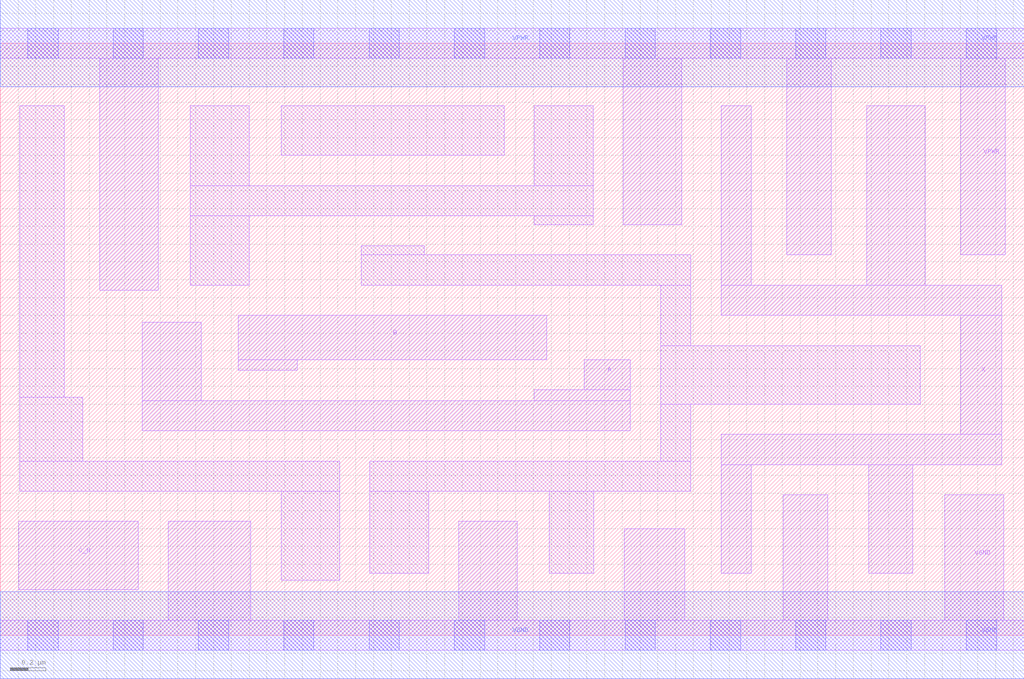
<source format=lef>
# Copyright 2020 The SkyWater PDK Authors
#
# Licensed under the Apache License, Version 2.0 (the "License");
# you may not use this file except in compliance with the License.
# You may obtain a copy of the License at
#
#     https://www.apache.org/licenses/LICENSE-2.0
#
# Unless required by applicable law or agreed to in writing, software
# distributed under the License is distributed on an "AS IS" BASIS,
# WITHOUT WARRANTIES OR CONDITIONS OF ANY KIND, either express or implied.
# See the License for the specific language governing permissions and
# limitations under the License.
#
# SPDX-License-Identifier: Apache-2.0

VERSION 5.7 ;
  NAMESCASESENSITIVE ON ;
  NOWIREEXTENSIONATPIN ON ;
  DIVIDERCHAR "/" ;
  BUSBITCHARS "[]" ;
UNITS
  DATABASE MICRONS 200 ;
END UNITS
MACRO sky130_fd_sc_ms__or3b_4
  CLASS CORE ;
  SOURCE USER ;
  FOREIGN sky130_fd_sc_ms__or3b_4 ;
  ORIGIN  0.000000  0.000000 ;
  SIZE  5.760000 BY  3.330000 ;
  SYMMETRY X Y ;
  SITE unit ;
  PIN A
    ANTENNAGATEAREA  0.471000 ;
    DIRECTION INPUT ;
    USE SIGNAL ;
    PORT
      LAYER li1 ;
        RECT 0.800000 1.150000 3.545000 1.320000 ;
        RECT 0.800000 1.320000 1.130000 1.760000 ;
        RECT 3.005000 1.320000 3.545000 1.380000 ;
        RECT 3.285000 1.380000 3.545000 1.550000 ;
    END
  END A
  PIN B
    ANTENNAGATEAREA  0.471000 ;
    DIRECTION INPUT ;
    USE SIGNAL ;
    PORT
      LAYER li1 ;
        RECT 1.340000 1.490000 1.670000 1.550000 ;
        RECT 1.340000 1.550000 3.075000 1.800000 ;
    END
  END B
  PIN C_N
    ANTENNAGATEAREA  0.276000 ;
    DIRECTION INPUT ;
    USE SIGNAL ;
    PORT
      LAYER li1 ;
        RECT 0.105000 0.255000 0.775000 0.640000 ;
    END
  END C_N
  PIN X
    ANTENNADIFFAREA  1.037700 ;
    DIRECTION OUTPUT ;
    USE SIGNAL ;
    PORT
      LAYER li1 ;
        RECT 4.055000 0.350000 4.225000 0.960000 ;
        RECT 4.055000 0.960000 5.635000 1.130000 ;
        RECT 4.055000 1.800000 5.635000 1.970000 ;
        RECT 4.055000 1.970000 4.225000 2.980000 ;
        RECT 4.875000 1.970000 5.205000 2.980000 ;
        RECT 4.885000 0.350000 5.135000 0.960000 ;
        RECT 5.405000 1.130000 5.635000 1.800000 ;
    END
  END X
  PIN VGND
    DIRECTION INOUT ;
    USE GROUND ;
    PORT
      LAYER li1 ;
        RECT 0.000000 -0.085000 5.760000 0.085000 ;
        RECT 0.945000  0.085000 1.410000 0.640000 ;
        RECT 2.580000  0.085000 2.910000 0.640000 ;
        RECT 3.510000  0.085000 3.850000 0.600000 ;
        RECT 4.405000  0.085000 4.655000 0.790000 ;
        RECT 5.315000  0.085000 5.645000 0.790000 ;
      LAYER mcon ;
        RECT 0.155000 -0.085000 0.325000 0.085000 ;
        RECT 0.635000 -0.085000 0.805000 0.085000 ;
        RECT 1.115000 -0.085000 1.285000 0.085000 ;
        RECT 1.595000 -0.085000 1.765000 0.085000 ;
        RECT 2.075000 -0.085000 2.245000 0.085000 ;
        RECT 2.555000 -0.085000 2.725000 0.085000 ;
        RECT 3.035000 -0.085000 3.205000 0.085000 ;
        RECT 3.515000 -0.085000 3.685000 0.085000 ;
        RECT 3.995000 -0.085000 4.165000 0.085000 ;
        RECT 4.475000 -0.085000 4.645000 0.085000 ;
        RECT 4.955000 -0.085000 5.125000 0.085000 ;
        RECT 5.435000 -0.085000 5.605000 0.085000 ;
      LAYER met1 ;
        RECT 0.000000 -0.245000 5.760000 0.245000 ;
    END
  END VGND
  PIN VPWR
    DIRECTION INOUT ;
    USE POWER ;
    PORT
      LAYER li1 ;
        RECT 0.000000 3.245000 5.760000 3.415000 ;
        RECT 0.560000 1.940000 0.890000 3.245000 ;
        RECT 3.505000 2.310000 3.835000 3.245000 ;
        RECT 4.425000 2.140000 4.675000 3.245000 ;
        RECT 5.405000 2.140000 5.655000 3.245000 ;
      LAYER mcon ;
        RECT 0.155000 3.245000 0.325000 3.415000 ;
        RECT 0.635000 3.245000 0.805000 3.415000 ;
        RECT 1.115000 3.245000 1.285000 3.415000 ;
        RECT 1.595000 3.245000 1.765000 3.415000 ;
        RECT 2.075000 3.245000 2.245000 3.415000 ;
        RECT 2.555000 3.245000 2.725000 3.415000 ;
        RECT 3.035000 3.245000 3.205000 3.415000 ;
        RECT 3.515000 3.245000 3.685000 3.415000 ;
        RECT 3.995000 3.245000 4.165000 3.415000 ;
        RECT 4.475000 3.245000 4.645000 3.415000 ;
        RECT 4.955000 3.245000 5.125000 3.415000 ;
        RECT 5.435000 3.245000 5.605000 3.415000 ;
      LAYER met1 ;
        RECT 0.000000 3.085000 5.760000 3.575000 ;
    END
  END VPWR
  OBS
    LAYER li1 ;
      RECT 0.110000 0.810000 1.910000 0.980000 ;
      RECT 0.110000 0.980000 0.465000 1.340000 ;
      RECT 0.110000 1.340000 0.360000 2.980000 ;
      RECT 1.070000 1.970000 1.400000 2.360000 ;
      RECT 1.070000 2.360000 3.335000 2.530000 ;
      RECT 1.070000 2.530000 1.400000 2.980000 ;
      RECT 1.580000 0.310000 1.910000 0.810000 ;
      RECT 1.580000 2.700000 2.835000 2.980000 ;
      RECT 2.030000 1.970000 3.885000 2.140000 ;
      RECT 2.030000 2.140000 2.385000 2.190000 ;
      RECT 2.080000 0.350000 2.410000 0.810000 ;
      RECT 2.080000 0.810000 3.885000 0.980000 ;
      RECT 3.005000 2.310000 3.335000 2.360000 ;
      RECT 3.005000 2.530000 3.335000 2.980000 ;
      RECT 3.090000 0.350000 3.340000 0.810000 ;
      RECT 3.715000 0.980000 3.885000 1.300000 ;
      RECT 3.715000 1.300000 5.175000 1.630000 ;
      RECT 3.715000 1.630000 3.885000 1.970000 ;
  END
END sky130_fd_sc_ms__or3b_4

</source>
